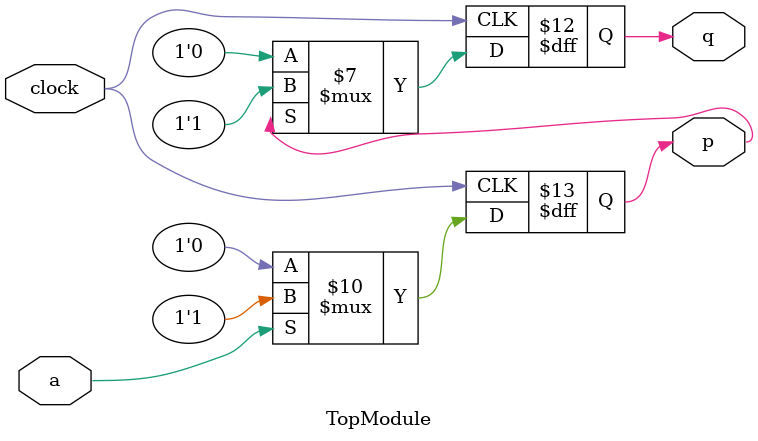
<source format=sv>
module TopModule (
    input logic clock,
    input logic a,
    output logic p,
    output logic q
);

    // Initial states
    initial begin
        p = 1'b0;
        q = 1'b0;
    end

    // Sequential logic for p
    always_ff @(posedge clock) begin
        if (a == 1'b1) begin
            p <= 1'b1;
        end else begin
            p <= 1'b0;
        end
    end

    // Sequential logic for q
    always_ff @(negedge clock) begin
        if (p == 1'b1) begin
            q <= 1'b1;
        end else begin
            q <= 1'b0;
        end
    end

endmodule
</source>
